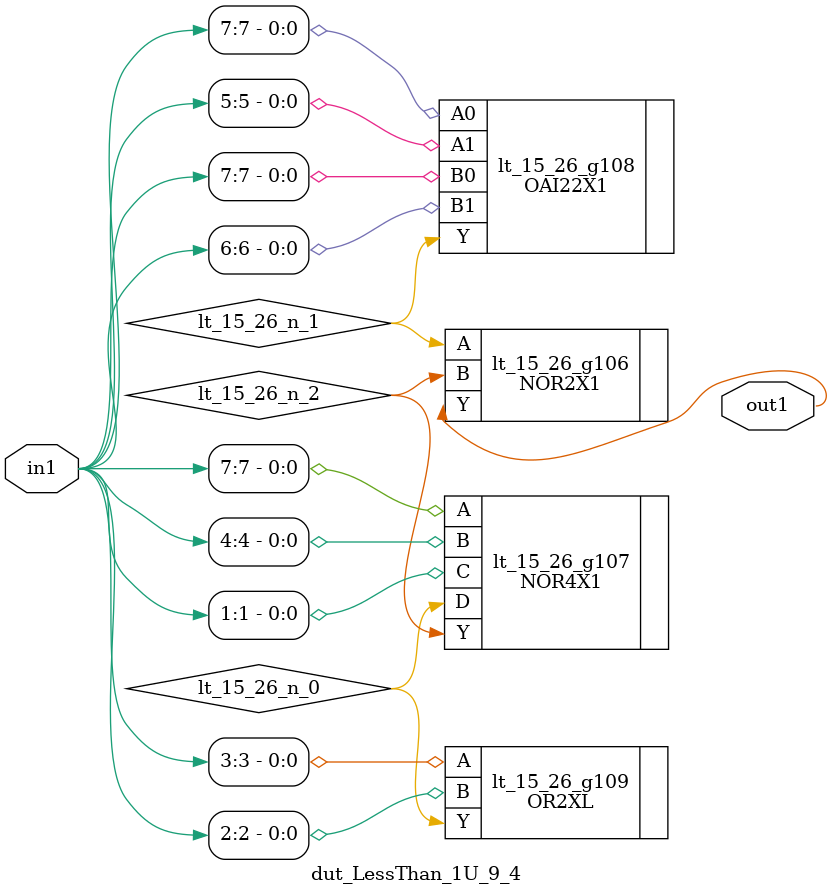
<source format=v>
`timescale 1ps / 1ps


module dut_LessThan_1U_9_4(in1, out1);
  input [7:0] in1;
  output out1;
  wire [7:0] in1;
  wire out1;
  wire lt_15_26_n_0, lt_15_26_n_1, lt_15_26_n_2;
  NOR2X1 lt_15_26_g106(.A (lt_15_26_n_1), .B (lt_15_26_n_2), .Y (out1));
  NOR4X1 lt_15_26_g107(.A (in1[7]), .B (in1[4]), .C (in1[1]), .D
       (lt_15_26_n_0), .Y (lt_15_26_n_2));
  OAI22X1 lt_15_26_g108(.A0 (in1[7]), .A1 (in1[5]), .B0 (in1[7]), .B1
       (in1[6]), .Y (lt_15_26_n_1));
  OR2XL lt_15_26_g109(.A (in1[3]), .B (in1[2]), .Y (lt_15_26_n_0));
endmodule



</source>
